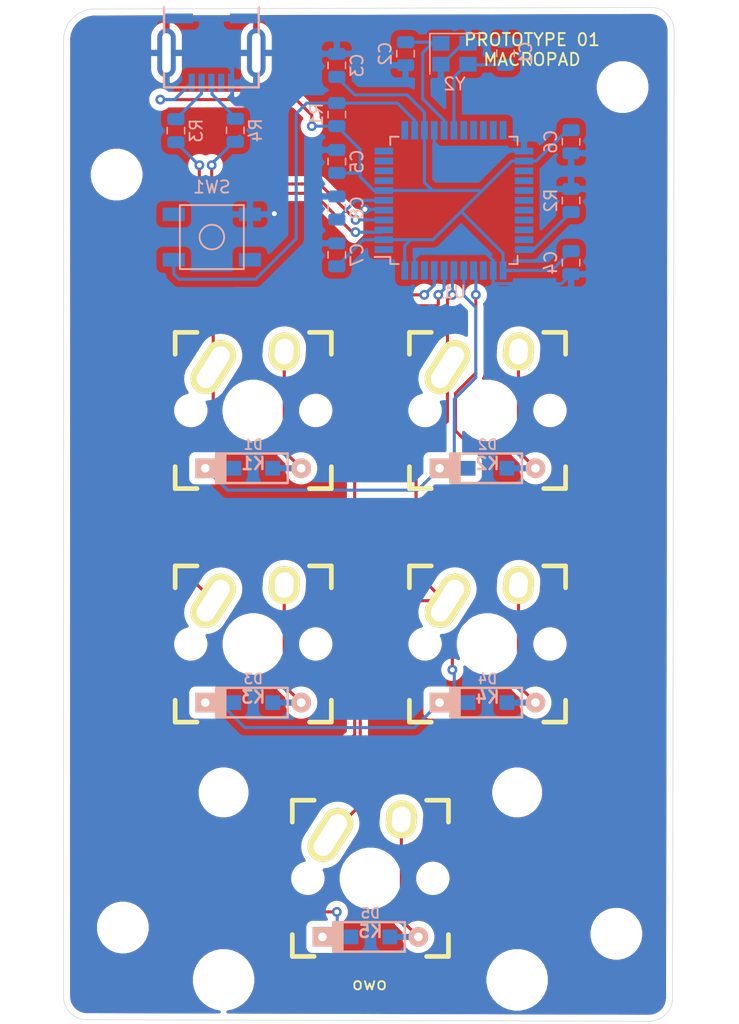
<source format=kicad_pcb>
(kicad_pcb (version 20171130) (host pcbnew "(5.1.6)-1")
  (layers (0 F.Cu signal) (31 B.Cu signal) (34 B.Paste user) (35 F.Paste user) (36 B.SilkS user) (37 F.SilkS user) (38 B.Mask user) (39 F.Mask user) (44 Edge.Cuts user))
  (net 0 "")
  (net 1 GND)
  (net 2 "Net-(C1-Pad1)")
  (net 3 "Net-(C2-Pad1)")
  (net 4 VCC)
  (net 5 "Net-(C8-Pad1)")
  (net 6 "Net-(D1-Pad2)")
  (net 7 row0)
  (net 8 "Net-(D2-Pad2)")
  (net 9 "Net-(D3-Pad2)")
  (net 10 row1)
  (net 11 "Net-(D4-Pad2)")
  (net 12 "Net-(D5-Pad2)")
  (net 13 row2)
  (net 14 "Net-(J1-Pad4)")
  (net 15 "Net-(J1-Pad3)")
  (net 16 "Net-(J1-Pad2)")
  (net 17 col0)
  (net 18 col1)
  (net 19 "Net-(R1-Pad1)")
  (net 20 "Net-(R2-Pad2)")
  (net 21 "Net-(R3-Pad1)")
  (net 22 "Net-(R4-Pad1)")
  (net 23 "Net-(U1-Pad42)")
  (net 24 "Net-(U1-Pad36)")
  (net 25 "Net-(U1-Pad32)")
  (net 26 "Net-(U1-Pad31)")
  (net 27 "Net-(U1-Pad30)")
  (net 28 "Net-(U1-Pad29)")
  (net 29 "Net-(U1-Pad28)")
  (net 30 "Net-(U1-Pad27)")
  (net 31 "Net-(U1-Pad26)")
  (net 32 "Net-(U1-Pad25)")
  (net 33 "Net-(U1-Pad22)")
  (net 34 "Net-(U1-Pad21)")
  (net 35 "Net-(U1-Pad20)")
  (net 36 "Net-(U1-Pad19)")
  (net 37 "Net-(U1-Pad18)")
  (net 38 "Net-(U1-Pad12)")
  (net 39 "Net-(U1-Pad11)")
  (net 40 "Net-(U1-Pad10)")
  (net 41 "Net-(U1-Pad9)")
  (net 42 "Net-(U1-Pad8)")
  (net 43 "Net-(U1-Pad1)")
  (module MountingHole:MountingHole_3.2mm_M3 (layer F.Cu) (at 50.8 33.274)
    (fp_text reference REF** hide)
    (fp_text value MountingHole_3.2mm_M3)
    (pad 1 np_thru_hole circle (at 0 0) (size 3.2 3.2) (drill 3.2) (layers *.Cu *.Mask))
  )
  (module MountingHole:MountingHole_3.2mm_M3 (layer F.Cu) (at 91.948 26.162)
    (fp_text reference REF** hide)
    (fp_text value MountingHole_3.2mm_M3)
    (pad 1 np_thru_hole circle (at 0 0) (size 3.2 3.2) (drill 3.2) (layers *.Cu *.Mask))
  )
  (module MountingHole:MountingHole_3.2mm_M3 (layer F.Cu) (at 91.44 94.996)
    (fp_text reference REF** hide)
    (fp_text value MountingHole_3.2mm_M3)
    (pad 1 np_thru_hole circle (at 0 0) (size 3.2 3.2) (drill 3.2) (layers *.Cu *.Mask))
  )
  (module MountingHole:MountingHole_3.2mm_M3 (layer F.Cu) (at 51.308 94.488)
    (fp_text reference REF** hide)
    (fp_text value MountingHole_3.2mm_M3)
    (pad 1 np_thru_hole circle (at 0 0) (size 3.2 3.2) (drill 3.2) (layers *.Cu *.Mask))
  )
  (module Crystal:Crystal_SMD_3225-4Pin_3.2x2.5mm (layer B.Cu) (at 78.275 23.456)
    (fp_text reference Y2 (at 0 2.45) (layer B.SilkS) (effects (justify mirror)))
    (fp_text value 16Mhz)
    (fp_line (start -2 -1.65) (end 2 -1.65) (layer B.SilkS) (width 0.12))
    (fp_line (start -2 1.65) (end -2 -1.65) (layer B.SilkS) (width 0.12))
    (pad 4 smd rect (at -1.1 0.85) (size 1.4 1.2) (layers B.Cu B.Paste B.Mask) (net 1 GND))
    (pad 3 smd rect (at 1.1 0.85) (size 1.4 1.2) (layers B.Cu B.Paste B.Mask) (net 2 "Net-(C1-Pad1)"))
    (pad 2 smd rect (at 1.1 -0.85) (size 1.4 1.2) (layers B.Cu B.Paste B.Mask) (net 1 GND))
    (pad 1 smd rect (at -1.1 -0.85) (size 1.4 1.2) (layers B.Cu B.Paste B.Mask) (net 3 "Net-(C2-Pad1)"))
  )
  (module Package_QFP:TQFP-44_10x10mm_P0.8mm (layer B.Cu) (at 78.232 35.3695)
    (fp_text reference U1 (at 0 7.45) (layer B.SilkS) (effects (justify mirror)))
    (fp_text value ATMEGA32U4)
    (fp_line (start -5.175 5.175) (end -5.175 4.6) (layer B.SilkS) (width 0.15))
    (fp_line (start 5.175 5.175) (end 5.175 4.5) (layer B.SilkS) (width 0.15))
    (fp_line (start 5.175 -5.175) (end 5.175 -4.5) (layer B.SilkS) (width 0.15))
    (fp_line (start -5.175 -5.175) (end -5.175 -4.5) (layer B.SilkS) (width 0.15))
    (fp_line (start -5.175 5.175) (end -4.5 5.175) (layer B.SilkS) (width 0.15))
    (fp_line (start -5.175 -5.175) (end -4.5 -5.175) (layer B.SilkS) (width 0.15))
    (fp_line (start 5.175 -5.175) (end 4.5 -5.175) (layer B.SilkS) (width 0.15))
    (fp_line (start 5.175 5.175) (end 4.5 5.175) (layer B.SilkS) (width 0.15))
    (fp_line (start -5.175 4.6) (end -6.45 4.6) (layer B.SilkS) (width 0.15))
    (pad 1 smd rect (at -5.7 4) (size 1.5 0.55) (layers B.Cu B.Paste B.Mask) (net 43 "Net-(U1-Pad1)"))
    (pad 2 smd rect (at -5.7 3.2) (size 1.5 0.55) (layers B.Cu B.Paste B.Mask) (net 4 VCC))
    (pad 3 smd rect (at -5.7 2.4) (size 1.5 0.55) (layers B.Cu B.Paste B.Mask) (net 21 "Net-(R3-Pad1)"))
    (pad 4 smd rect (at -5.7 1.6) (size 1.5 0.55) (layers B.Cu B.Paste B.Mask) (net 22 "Net-(R4-Pad1)"))
    (pad 5 smd rect (at -5.7 0.8) (size 1.5 0.55) (layers B.Cu B.Paste B.Mask) (net 1 GND))
    (pad 6 smd rect (at -5.7 0) (size 1.5 0.55) (layers B.Cu B.Paste B.Mask) (net 5 "Net-(C8-Pad1)"))
    (pad 7 smd rect (at -5.7 -0.8) (size 1.5 0.55) (layers B.Cu B.Paste B.Mask) (net 4 VCC))
    (pad 8 smd rect (at -5.7 -1.6) (size 1.5 0.55) (layers B.Cu B.Paste B.Mask) (net 42 "Net-(U1-Pad8)"))
    (pad 9 smd rect (at -5.7 -2.4) (size 1.5 0.55) (layers B.Cu B.Paste B.Mask) (net 41 "Net-(U1-Pad9)"))
    (pad 10 smd rect (at -5.7 -3.2) (size 1.5 0.55) (layers B.Cu B.Paste B.Mask) (net 40 "Net-(U1-Pad10)"))
    (pad 11 smd rect (at -5.7 -4) (size 1.5 0.55) (layers B.Cu B.Paste B.Mask) (net 39 "Net-(U1-Pad11)"))
    (pad 12 smd rect (at -4 -5.7 270) (size 1.5 0.55) (layers B.Cu B.Paste B.Mask) (net 38 "Net-(U1-Pad12)"))
    (pad 13 smd rect (at -3.2 -5.7 270) (size 1.5 0.55) (layers B.Cu B.Paste B.Mask) (net 19 "Net-(R1-Pad1)"))
    (pad 14 smd rect (at -2.4 -5.7 270) (size 1.5 0.55) (layers B.Cu B.Paste B.Mask) (net 4 VCC))
    (pad 15 smd rect (at -1.6 -5.7 270) (size 1.5 0.55) (layers B.Cu B.Paste B.Mask) (net 1 GND))
    (pad 16 smd rect (at -0.8 -5.7 270) (size 1.5 0.55) (layers B.Cu B.Paste B.Mask) (net 3 "Net-(C2-Pad1)"))
    (pad 17 smd rect (at 0 -5.7 270) (size 1.5 0.55) (layers B.Cu B.Paste B.Mask) (net 2 "Net-(C1-Pad1)"))
    (pad 18 smd rect (at 0.8 -5.7 270) (size 1.5 0.55) (layers B.Cu B.Paste B.Mask) (net 37 "Net-(U1-Pad18)"))
    (pad 19 smd rect (at 1.6 -5.7 270) (size 1.5 0.55) (layers B.Cu B.Paste B.Mask) (net 36 "Net-(U1-Pad19)"))
    (pad 20 smd rect (at 2.4 -5.7 270) (size 1.5 0.55) (layers B.Cu B.Paste B.Mask) (net 35 "Net-(U1-Pad20)"))
    (pad 21 smd rect (at 3.2 -5.7 270) (size 1.5 0.55) (layers B.Cu B.Paste B.Mask) (net 34 "Net-(U1-Pad21)"))
    (pad 22 smd rect (at 4 -5.7 270) (size 1.5 0.55) (layers B.Cu B.Paste B.Mask) (net 33 "Net-(U1-Pad22)"))
    (pad 23 smd rect (at 5.7 -4) (size 1.5 0.55) (layers B.Cu B.Paste B.Mask) (net 1 GND))
    (pad 24 smd rect (at 5.7 -3.2) (size 1.5 0.55) (layers B.Cu B.Paste B.Mask) (net 4 VCC))
    (pad 25 smd rect (at 5.7 -2.4) (size 1.5 0.55) (layers B.Cu B.Paste B.Mask) (net 32 "Net-(U1-Pad25)"))
    (pad 26 smd rect (at 5.7 -1.6) (size 1.5 0.55) (layers B.Cu B.Paste B.Mask) (net 31 "Net-(U1-Pad26)"))
    (pad 27 smd rect (at 5.7 -0.8) (size 1.5 0.55) (layers B.Cu B.Paste B.Mask) (net 30 "Net-(U1-Pad27)"))
    (pad 28 smd rect (at 5.7 0) (size 1.5 0.55) (layers B.Cu B.Paste B.Mask) (net 29 "Net-(U1-Pad28)"))
    (pad 29 smd rect (at 5.7 0.8) (size 1.5 0.55) (layers B.Cu B.Paste B.Mask) (net 28 "Net-(U1-Pad29)"))
    (pad 30 smd rect (at 5.7 1.6) (size 1.5 0.55) (layers B.Cu B.Paste B.Mask) (net 27 "Net-(U1-Pad30)"))
    (pad 31 smd rect (at 5.7 2.4) (size 1.5 0.55) (layers B.Cu B.Paste B.Mask) (net 26 "Net-(U1-Pad31)"))
    (pad 32 smd rect (at 5.7 3.2) (size 1.5 0.55) (layers B.Cu B.Paste B.Mask) (net 25 "Net-(U1-Pad32)"))
    (pad 33 smd rect (at 5.7 4) (size 1.5 0.55) (layers B.Cu B.Paste B.Mask) (net 20 "Net-(R2-Pad2)"))
    (pad 34 smd rect (at 4 5.7 270) (size 1.5 0.55) (layers B.Cu B.Paste B.Mask) (net 4 VCC))
    (pad 35 smd rect (at 3.2 5.7 270) (size 1.5 0.55) (layers B.Cu B.Paste B.Mask) (net 1 GND))
    (pad 36 smd rect (at 2.4 5.7 270) (size 1.5 0.55) (layers B.Cu B.Paste B.Mask) (net 24 "Net-(U1-Pad36)"))
    (pad 37 smd rect (at 1.6 5.7 270) (size 1.5 0.55) (layers B.Cu B.Paste B.Mask) (net 10 row1))
    (pad 38 smd rect (at 0.8 5.7 270) (size 1.5 0.55) (layers B.Cu B.Paste B.Mask) (net 7 row0))
    (pad 39 smd rect (at 0 5.7 270) (size 1.5 0.55) (layers B.Cu B.Paste B.Mask) (net 18 col1))
    (pad 40 smd rect (at -0.8 5.7 270) (size 1.5 0.55) (layers B.Cu B.Paste B.Mask) (net 13 row2))
    (pad 41 smd rect (at -1.6 5.7 270) (size 1.5 0.55) (layers B.Cu B.Paste B.Mask) (net 17 col0))
    (pad 42 smd rect (at -2.4 5.7 270) (size 1.5 0.55) (layers B.Cu B.Paste B.Mask) (net 23 "Net-(U1-Pad42)"))
    (pad 43 smd rect (at -3.2 5.7 270) (size 1.5 0.55) (layers B.Cu B.Paste B.Mask) (net 1 GND))
    (pad 44 smd rect (at -4 5.7 270) (size 1.5 0.55) (layers B.Cu B.Paste B.Mask) (net 4 VCC))
  )
  (module random-keyboard-parts:SKQG-1155865 (layer B.Cu) (at 58.547 38.354)
    (fp_text reference SW1 (at 0 -4.064) (layer B.SilkS) (effects (justify mirror)))
    (fp_text value SW_PUSH)
    (fp_line (start -2.6 2.6) (end 2.6 2.6) (layer B.SilkS) (width 0.15))
    (fp_line (start 2.6 2.6) (end 2.6 -2.6) (layer B.SilkS) (width 0.15))
    (fp_line (start 2.6 -2.6) (end -2.6 -2.6) (layer B.SilkS) (width 0.15))
    (fp_line (start -2.6 -2.6) (end -2.6 2.6) (layer B.SilkS) (width 0.15))
    (fp_circle (center 0 0) (end 1 0) (layer B.SilkS) (width 0.15))
    (pad 4 smd rect (at -3.1 -1.85) (size 1.8 1.1) (layers B.Cu B.Paste B.Mask))
    (pad 3 smd rect (at 3.1 1.85) (size 1.8 1.1) (layers B.Cu B.Paste B.Mask))
    (pad 2 smd rect (at -3.1 1.85) (size 1.8 1.1) (layers B.Cu B.Paste B.Mask) (net 19 "Net-(R1-Pad1)"))
    (pad 1 smd rect (at 3.1 -1.85) (size 1.8 1.1) (layers B.Cu B.Paste B.Mask) (net 1 GND))
  )
  (module Resistor_SMD:R_0805_2012Metric (layer B.Cu) (at 60.452 29.67125 90)
    (fp_text reference R4 (at 0 1.65 90) (layer B.SilkS) (effects (justify mirror)))
    (fp_text value 22)
    (fp_line (start -0.258578 -0.71) (end 0.258578 -0.71) (layer B.SilkS) (width 0.12))
    (fp_line (start -0.258578 0.71) (end 0.258578 0.71) (layer B.SilkS) (width 0.12))
    (pad 2 smd roundrect (at 0.9375 0 90) (size 0.975 1.4) (layers B.Cu B.Paste B.Mask) (net 15 "Net-(J1-Pad3)"))
    (pad 1 smd roundrect (at -0.9375 0 90) (size 0.975 1.4) (layers B.Cu B.Paste B.Mask) (net 22 "Net-(R4-Pad1)"))
  )
  (module Resistor_SMD:R_0805_2012Metric (layer B.Cu) (at 55.626 29.703 90)
    (fp_text reference R3 (at 0 1.65 90) (layer B.SilkS) (effects (justify mirror)))
    (fp_text value 22)
    (fp_line (start -0.258578 -0.71) (end 0.258578 -0.71) (layer B.SilkS) (width 0.12))
    (fp_line (start -0.258578 0.71) (end 0.258578 0.71) (layer B.SilkS) (width 0.12))
    (pad 2 smd roundrect (at 0.9375 0 90) (size 0.975 1.4) (layers B.Cu B.Paste B.Mask) (net 16 "Net-(J1-Pad2)"))
    (pad 1 smd roundrect (at -0.9375 0 90) (size 0.975 1.4) (layers B.Cu B.Paste B.Mask) (net 21 "Net-(R3-Pad1)"))
  )
  (module Resistor_SMD:R_0805_2012Metric (layer B.Cu) (at 87.757 35.3845 270)
    (fp_text reference R2 (at 0 1.65 90) (layer B.SilkS) (effects (justify mirror)))
    (fp_text value 10k)
    (fp_line (start -0.258578 -0.71) (end 0.258578 -0.71) (layer B.SilkS) (width 0.12))
    (fp_line (start -0.258578 0.71) (end 0.258578 0.71) (layer B.SilkS) (width 0.12))
    (pad 2 smd roundrect (at 0.9375 0 270) (size 0.975 1.4) (layers B.Cu B.Paste B.Mask) (net 20 "Net-(R2-Pad2)"))
    (pad 1 smd roundrect (at -0.9375 0 270) (size 0.975 1.4) (layers B.Cu B.Paste B.Mask) (net 1 GND))
  )
  (module Resistor_SMD:R_0805_2012Metric (layer B.Cu) (at 68.707 28.3995 270)
    (fp_text reference R1 (at 0 1.65 90) (layer B.SilkS) (effects (justify mirror)))
    (fp_text value 10k)
    (fp_line (start -0.258578 -0.71) (end 0.258578 -0.71) (layer B.SilkS) (width 0.12))
    (fp_line (start -0.258578 0.71) (end 0.258578 0.71) (layer B.SilkS) (width 0.12))
    (pad 2 smd roundrect (at 0.9375 0 270) (size 0.975 1.4) (layers B.Cu B.Paste B.Mask) (net 4 VCC))
    (pad 1 smd roundrect (at -0.9375 0 270) (size 0.975 1.4) (layers B.Cu B.Paste B.Mask) (net 19 "Net-(R1-Pad1)"))
  )
  (module keebs:Mx_Alps_200 (layer F.Cu) (at 71.4375 90.4875)
    (fp_text reference K5 (at 0 4.318) (layer B.SilkS) (effects (font (thickness 0.2)) (justify mirror)))
    (fp_text value KEYSW hide)
    (fp_line (start -6.35 -4.572) (end -6.35 -6.35) (layer F.SilkS) (width 0.381))
    (fp_line (start -6.35 6.35) (end -6.35 4.572) (layer F.SilkS) (width 0.381))
    (fp_line (start -4.572 6.35) (end -6.35 6.35) (layer F.SilkS) (width 0.381))
    (fp_line (start 6.35 6.35) (end 4.572 6.35) (layer F.SilkS) (width 0.381))
    (fp_line (start 6.35 4.572) (end 6.35 6.35) (layer F.SilkS) (width 0.381))
    (fp_line (start 6.35 -6.35) (end 6.35 -4.572) (layer F.SilkS) (width 0.381))
    (fp_line (start 4.572 -6.35) (end 6.35 -6.35) (layer F.SilkS) (width 0.381))
    (fp_line (start -6.35 -6.35) (end -4.572 -6.35) (layer F.SilkS) (width 0.381))
    (pad 2 thru_hole oval (at 2.52 -4.79 356.1) (size 2.5 3.08) (drill oval 1.5 2.08) (layers *.Cu *.Mask F.SilkS) (net 12 "Net-(D5-Pad2)"))
    (pad 1 thru_hole oval (at -3.255 -3.52 327.5) (size 2.5 4.75) (drill oval 1.5 3.75) (layers *.Cu *.Mask F.SilkS) (net 18 col1))
    (pad HOLE np_thru_hole circle (at 11.938 8.255) (size 3.9878 3.9878) (drill 3.9878) (layers *.Cu))
    (pad HOLE np_thru_hole circle (at -11.938 8.255) (size 3.9878 3.9878) (drill 3.9878) (layers *.Cu))
    (pad HOLE np_thru_hole circle (at 11.938 -6.985) (size 3.048 3.048) (drill 3.048) (layers *.Cu))
    (pad HOLE np_thru_hole circle (at -11.938 -6.985) (size 3.048 3.048) (drill 3.048) (layers *.Cu))
    (pad HOLE np_thru_hole circle (at 5.08 0) (size 1.7018 1.7018) (drill 1.7018) (layers *.Cu))
    (pad HOLE np_thru_hole circle (at -5.08 0) (size 1.7018 1.7018) (drill 1.7018) (layers *.Cu))
    (pad HOLE np_thru_hole circle (at 0 0) (size 3.9878 3.9878) (drill 3.9878) (layers *.Cu))
  )
  (module keebs:Mx_Alps_100 (layer F.Cu) (at 80.9625 71.4375)
    (fp_text reference K4 (at 0 4.318) (layer B.SilkS) (effects (font (thickness 0.2)) (justify mirror)))
    (fp_text value KEYSW hide)
    (fp_line (start -6.35 -4.572) (end -6.35 -6.35) (layer F.SilkS) (width 0.381))
    (fp_line (start -6.35 6.35) (end -6.35 4.572) (layer F.SilkS) (width 0.381))
    (fp_line (start -4.572 6.35) (end -6.35 6.35) (layer F.SilkS) (width 0.381))
    (fp_line (start 6.35 6.35) (end 4.572 6.35) (layer F.SilkS) (width 0.381))
    (fp_line (start 6.35 4.572) (end 6.35 6.35) (layer F.SilkS) (width 0.381))
    (fp_line (start 6.35 -6.35) (end 6.35 -4.572) (layer F.SilkS) (width 0.381))
    (fp_line (start 4.572 -6.35) (end 6.35 -6.35) (layer F.SilkS) (width 0.381))
    (fp_line (start -6.35 -6.35) (end -4.572 -6.35) (layer F.SilkS) (width 0.381))
    (pad 2 thru_hole oval (at 2.52 -4.79 356.1) (size 2.5 3.08) (drill oval 1.5 2.08) (layers *.Cu *.Mask F.SilkS) (net 11 "Net-(D4-Pad2)"))
    (pad 1 thru_hole oval (at -3.255 -3.52 327.5) (size 2.5 4.75) (drill oval 1.5 3.75) (layers *.Cu *.Mask F.SilkS) (net 18 col1))
    (pad HOLE np_thru_hole circle (at 5.08 0) (size 1.7018 1.7018) (drill 1.7018) (layers *.Cu))
    (pad HOLE np_thru_hole circle (at -5.08 0) (size 1.7018 1.7018) (drill 1.7018) (layers *.Cu))
    (pad HOLE np_thru_hole circle (at 0 0) (size 3.9878 3.9878) (drill 3.9878) (layers *.Cu))
  )
  (module keebs:Mx_Alps_100 (layer F.Cu) (at 61.9125 71.4375)
    (fp_text reference K3 (at 0 4.318) (layer B.SilkS) (effects (font (thickness 0.2)) (justify mirror)))
    (fp_text value KEYSW hide)
    (fp_line (start -6.35 -4.572) (end -6.35 -6.35) (layer F.SilkS) (width 0.381))
    (fp_line (start -6.35 6.35) (end -6.35 4.572) (layer F.SilkS) (width 0.381))
    (fp_line (start -4.572 6.35) (end -6.35 6.35) (layer F.SilkS) (width 0.381))
    (fp_line (start 6.35 6.35) (end 4.572 6.35) (layer F.SilkS) (width 0.381))
    (fp_line (start 6.35 4.572) (end 6.35 6.35) (layer F.SilkS) (width 0.381))
    (fp_line (start 6.35 -6.35) (end 6.35 -4.572) (layer F.SilkS) (width 0.381))
    (fp_line (start 4.572 -6.35) (end 6.35 -6.35) (layer F.SilkS) (width 0.381))
    (fp_line (start -6.35 -6.35) (end -4.572 -6.35) (layer F.SilkS) (width 0.381))
    (pad 2 thru_hole oval (at 2.52 -4.79 356.1) (size 2.5 3.08) (drill oval 1.5 2.08) (layers *.Cu *.Mask F.SilkS) (net 9 "Net-(D3-Pad2)"))
    (pad 1 thru_hole oval (at -3.255 -3.52 327.5) (size 2.5 4.75) (drill oval 1.5 3.75) (layers *.Cu *.Mask F.SilkS) (net 17 col0))
    (pad HOLE np_thru_hole circle (at 5.08 0) (size 1.7018 1.7018) (drill 1.7018) (layers *.Cu))
    (pad HOLE np_thru_hole circle (at -5.08 0) (size 1.7018 1.7018) (drill 1.7018) (layers *.Cu))
    (pad HOLE np_thru_hole circle (at 0 0) (size 3.9878 3.9878) (drill 3.9878) (layers *.Cu))
  )
  (module keebs:Mx_Alps_100 (layer F.Cu) (at 80.9625 52.451)
    (fp_text reference K2 (at 0 4.318) (layer B.SilkS) (effects (font (thickness 0.2)) (justify mirror)))
    (fp_text value KEYSW hide)
    (fp_line (start -6.35 -4.572) (end -6.35 -6.35) (layer F.SilkS) (width 0.381))
    (fp_line (start -6.35 6.35) (end -6.35 4.572) (layer F.SilkS) (width 0.381))
    (fp_line (start -4.572 6.35) (end -6.35 6.35) (layer F.SilkS) (width 0.381))
    (fp_line (start 6.35 6.35) (end 4.572 6.35) (layer F.SilkS) (width 0.381))
    (fp_line (start 6.35 4.572) (end 6.35 6.35) (layer F.SilkS) (width 0.381))
    (fp_line (start 6.35 -6.35) (end 6.35 -4.572) (layer F.SilkS) (width 0.381))
    (fp_line (start 4.572 -6.35) (end 6.35 -6.35) (layer F.SilkS) (width 0.381))
    (fp_line (start -6.35 -6.35) (end -4.572 -6.35) (layer F.SilkS) (width 0.381))
    (pad 2 thru_hole oval (at 2.52 -4.79 356.1) (size 2.5 3.08) (drill oval 1.5 2.08) (layers *.Cu *.Mask F.SilkS) (net 8 "Net-(D2-Pad2)"))
    (pad 1 thru_hole oval (at -3.255 -3.52 327.5) (size 2.5 4.75) (drill oval 1.5 3.75) (layers *.Cu *.Mask F.SilkS) (net 18 col1))
    (pad HOLE np_thru_hole circle (at 5.08 0) (size 1.7018 1.7018) (drill 1.7018) (layers *.Cu))
    (pad HOLE np_thru_hole circle (at -5.08 0) (size 1.7018 1.7018) (drill 1.7018) (layers *.Cu))
    (pad HOLE np_thru_hole circle (at 0 0) (size 3.9878 3.9878) (drill 3.9878) (layers *.Cu))
  )
  (module keebs:Mx_Alps_100 (layer F.Cu) (at 61.9125 52.451)
    (fp_text reference K1 (at 0 4.318) (layer B.SilkS) (effects (font (thickness 0.2)) (justify mirror)))
    (fp_text value KEYSW hide)
    (fp_line (start -6.35 -4.572) (end -6.35 -6.35) (layer F.SilkS) (width 0.381))
    (fp_line (start -6.35 6.35) (end -6.35 4.572) (layer F.SilkS) (width 0.381))
    (fp_line (start -4.572 6.35) (end -6.35 6.35) (layer F.SilkS) (width 0.381))
    (fp_line (start 6.35 6.35) (end 4.572 6.35) (layer F.SilkS) (width 0.381))
    (fp_line (start 6.35 4.572) (end 6.35 6.35) (layer F.SilkS) (width 0.381))
    (fp_line (start 6.35 -6.35) (end 6.35 -4.572) (layer F.SilkS) (width 0.381))
    (fp_line (start 4.572 -6.35) (end 6.35 -6.35) (layer F.SilkS) (width 0.381))
    (fp_line (start -6.35 -6.35) (end -4.572 -6.35) (layer F.SilkS) (width 0.381))
    (pad 2 thru_hole oval (at 2.52 -4.79 356.1) (size 2.5 3.08) (drill oval 1.5 2.08) (layers *.Cu *.Mask F.SilkS) (net 6 "Net-(D1-Pad2)"))
    (pad 1 thru_hole oval (at -3.255 -3.52 327.5) (size 2.5 4.75) (drill oval 1.5 3.75) (layers *.Cu *.Mask F.SilkS) (net 17 col0))
    (pad HOLE np_thru_hole circle (at 5.08 0) (size 1.7018 1.7018) (drill 1.7018) (layers *.Cu))
    (pad HOLE np_thru_hole circle (at -5.08 0) (size 1.7018 1.7018) (drill 1.7018) (layers *.Cu))
    (pad HOLE np_thru_hole circle (at 0 0) (size 3.9878 3.9878) (drill 3.9878) (layers *.Cu))
  )
  (module keyboard_parts:USB_miniB_hirose_5S8 (layer B.Cu) (at 58.509 25.781)
    (fp_text reference J1 hide)
    (fp_text value USB_mini_micro_B hide)
    (fp_line (start -3.85 0.4) (end 3.85 0.4) (layer B.SilkS) (width 0.2))
    (fp_line (start -3.85 0.4) (end -3.85 -6.1) (layer B.SilkS) (width 0.2))
    (fp_line (start 3.85 0.4) (end 3.85 -6.1) (layer B.SilkS) (width 0.2))
    (pad 6 thru_hole oval (at 3.65 -2.4) (size 1.5 4) (drill oval 0.7 3.2) (layers *.Cu *.Mask B.Paste) (net 1 GND))
    (pad 6 thru_hole oval (at -3.65 -2.4) (size 1.5 4) (drill oval 0.7 3.2) (layers *.Cu *.Mask B.Paste) (net 1 GND))
    (pad 5 smd rect (at 1.6 0) (size 0.5 1.4) (layers B.Cu B.Paste B.Mask) (net 1 GND))
    (pad 4 smd rect (at 0.8 0) (size 0.5 1.4) (layers B.Cu B.Paste B.Mask) (net 14 "Net-(J1-Pad4)"))
    (pad 3 smd rect (at 0 0) (size 0.5 1.4) (layers B.Cu B.Paste B.Mask) (net 15 "Net-(J1-Pad3)"))
    (pad 2 smd rect (at -0.8 0) (size 0.5 1.4) (layers B.Cu B.Paste B.Mask) (net 16 "Net-(J1-Pad2)"))
    (pad 1 smd rect (at -1.6 0) (size 0.5 1.4) (layers B.Cu B.Paste B.Mask) (net 4 VCC))
    (pad 6 smd rect (at -2.675 -5.2) (size 2.35 0.8) (layers B.Cu B.Paste B.Mask) (net 1 GND))
    (pad 6 smd rect (at 2.675 -5.2) (size 2.35 0.8) (layers B.Cu B.Paste B.Mask) (net 1 GND))
  )
  (module keyboard_parts:D_SOD123_axial (layer B.Cu) (at 71.4375 95.25)
    (fp_text reference D5 (at 0 -1.925) (layer B.SilkS) (effects (font (size 0.8 0.8)) (justify mirror)))
    (fp_text value D hide)
    (fp_line (start 2.8 -1.2) (end -3 -1.2) (layer B.SilkS) (width 0.2))
    (fp_line (start 2.8 1.2) (end 2.8 -1.2) (layer B.SilkS) (width 0.2))
    (fp_line (start -3 1.2) (end 2.8 1.2) (layer B.SilkS) (width 0.2))
    (fp_line (start -2.925 1.2) (end -2.925 -1.2) (layer B.SilkS) (width 0.2))
    (fp_line (start -2.8 1.2) (end -2.8 -1.2) (layer B.SilkS) (width 0.2))
    (fp_line (start -3.025 -1.2) (end -3.025 1.2) (layer B.SilkS) (width 0.2))
    (fp_line (start -2.625 1.2) (end -2.625 -1.2) (layer B.SilkS) (width 0.2))
    (fp_line (start -2.45 1.2) (end -2.45 -1.2) (layer B.SilkS) (width 0.2))
    (fp_line (start -2.275 1.2) (end -2.275 -1.2) (layer B.SilkS) (width 0.2))
    (pad 2 smd rect (at 2.7 0) (size 2.5 0.5) (layers B.Cu) (net 12 "Net-(D5-Pad2)"))
    (pad 1 smd rect (at -2.7 0) (size 2.5 0.5) (layers B.Cu) (net 13 row2))
    (pad 2 thru_hole circle (at 3.9 0) (size 1.6 1.6) (drill 0.7) (layers *.Cu *.Mask B.SilkS) (net 12 "Net-(D5-Pad2)"))
    (pad 1 thru_hole rect (at -3.9 0) (size 1.6 1.6) (drill 0.7) (layers *.Cu *.Mask B.SilkS) (net 13 row2))
    (pad 1 smd rect (at -1.575 0) (size 1.2 1.2) (layers B.Cu B.Paste B.Mask) (net 13 row2))
    (pad 2 smd rect (at 1.575 0) (size 1.2 1.2) (layers B.Cu B.Paste B.Mask) (net 12 "Net-(D5-Pad2)"))
  )
  (module keyboard_parts:D_SOD123_axial (layer B.Cu) (at 80.9625 76.2)
    (fp_text reference D4 (at 0 -1.925) (layer B.SilkS) (effects (font (size 0.8 0.8)) (justify mirror)))
    (fp_text value D hide)
    (fp_line (start 2.8 -1.2) (end -3 -1.2) (layer B.SilkS) (width 0.2))
    (fp_line (start 2.8 1.2) (end 2.8 -1.2) (layer B.SilkS) (width 0.2))
    (fp_line (start -3 1.2) (end 2.8 1.2) (layer B.SilkS) (width 0.2))
    (fp_line (start -2.925 1.2) (end -2.925 -1.2) (layer B.SilkS) (width 0.2))
    (fp_line (start -2.8 1.2) (end -2.8 -1.2) (layer B.SilkS) (width 0.2))
    (fp_line (start -3.025 -1.2) (end -3.025 1.2) (layer B.SilkS) (width 0.2))
    (fp_line (start -2.625 1.2) (end -2.625 -1.2) (layer B.SilkS) (width 0.2))
    (fp_line (start -2.45 1.2) (end -2.45 -1.2) (layer B.SilkS) (width 0.2))
    (fp_line (start -2.275 1.2) (end -2.275 -1.2) (layer B.SilkS) (width 0.2))
    (pad 2 smd rect (at 2.7 0) (size 2.5 0.5) (layers B.Cu) (net 11 "Net-(D4-Pad2)"))
    (pad 1 smd rect (at -2.7 0) (size 2.5 0.5) (layers B.Cu) (net 10 row1))
    (pad 2 thru_hole circle (at 3.9 0) (size 1.6 1.6) (drill 0.7) (layers *.Cu *.Mask B.SilkS) (net 11 "Net-(D4-Pad2)"))
    (pad 1 thru_hole rect (at -3.9 0) (size 1.6 1.6) (drill 0.7) (layers *.Cu *.Mask B.SilkS) (net 10 row1))
    (pad 1 smd rect (at -1.575 0) (size 1.2 1.2) (layers B.Cu B.Paste B.Mask) (net 10 row1))
    (pad 2 smd rect (at 1.575 0) (size 1.2 1.2) (layers B.Cu B.Paste B.Mask) (net 11 "Net-(D4-Pad2)"))
  )
  (module keyboard_parts:D_SOD123_axial (layer B.Cu) (at 61.9125 76.2)
    (fp_text reference D3 (at 0 -1.925) (layer B.SilkS) (effects (font (size 0.8 0.8)) (justify mirror)))
    (fp_text value D hide)
    (fp_line (start 2.8 -1.2) (end -3 -1.2) (layer B.SilkS) (width 0.2))
    (fp_line (start 2.8 1.2) (end 2.8 -1.2) (layer B.SilkS) (width 0.2))
    (fp_line (start -3 1.2) (end 2.8 1.2) (layer B.SilkS) (width 0.2))
    (fp_line (start -2.925 1.2) (end -2.925 -1.2) (layer B.SilkS) (width 0.2))
    (fp_line (start -2.8 1.2) (end -2.8 -1.2) (layer B.SilkS) (width 0.2))
    (fp_line (start -3.025 -1.2) (end -3.025 1.2) (layer B.SilkS) (width 0.2))
    (fp_line (start -2.625 1.2) (end -2.625 -1.2) (layer B.SilkS) (width 0.2))
    (fp_line (start -2.45 1.2) (end -2.45 -1.2) (layer B.SilkS) (width 0.2))
    (fp_line (start -2.275 1.2) (end -2.275 -1.2) (layer B.SilkS) (width 0.2))
    (pad 2 smd rect (at 2.7 0) (size 2.5 0.5) (layers B.Cu) (net 9 "Net-(D3-Pad2)"))
    (pad 1 smd rect (at -2.7 0) (size 2.5 0.5) (layers B.Cu) (net 10 row1))
    (pad 2 thru_hole circle (at 3.9 0) (size 1.6 1.6) (drill 0.7) (layers *.Cu *.Mask B.SilkS) (net 9 "Net-(D3-Pad2)"))
    (pad 1 thru_hole rect (at -3.9 0) (size 1.6 1.6) (drill 0.7) (layers *.Cu *.Mask B.SilkS) (net 10 row1))
    (pad 1 smd rect (at -1.575 0) (size 1.2 1.2) (layers B.Cu B.Paste B.Mask) (net 10 row1))
    (pad 2 smd rect (at 1.575 0) (size 1.2 1.2) (layers B.Cu B.Paste B.Mask) (net 9 "Net-(D3-Pad2)"))
  )
  (module keyboard_parts:D_SOD123_axial (layer B.Cu) (at 80.9625 57.15)
    (fp_text reference D2 (at 0 -1.925) (layer B.SilkS) (effects (font (size 0.8 0.8)) (justify mirror)))
    (fp_text value D hide)
    (fp_line (start 2.8 -1.2) (end -3 -1.2) (layer B.SilkS) (width 0.2))
    (fp_line (start 2.8 1.2) (end 2.8 -1.2) (layer B.SilkS) (width 0.2))
    (fp_line (start -3 1.2) (end 2.8 1.2) (layer B.SilkS) (width 0.2))
    (fp_line (start -2.925 1.2) (end -2.925 -1.2) (layer B.SilkS) (width 0.2))
    (fp_line (start -2.8 1.2) (end -2.8 -1.2) (layer B.SilkS) (width 0.2))
    (fp_line (start -3.025 -1.2) (end -3.025 1.2) (layer B.SilkS) (width 0.2))
    (fp_line (start -2.625 1.2) (end -2.625 -1.2) (layer B.SilkS) (width 0.2))
    (fp_line (start -2.45 1.2) (end -2.45 -1.2) (layer B.SilkS) (width 0.2))
    (fp_line (start -2.275 1.2) (end -2.275 -1.2) (layer B.SilkS) (width 0.2))
    (pad 2 smd rect (at 2.7 0) (size 2.5 0.5) (layers B.Cu) (net 8 "Net-(D2-Pad2)"))
    (pad 1 smd rect (at -2.7 0) (size 2.5 0.5) (layers B.Cu) (net 7 row0))
    (pad 2 thru_hole circle (at 3.9 0) (size 1.6 1.6) (drill 0.7) (layers *.Cu *.Mask B.SilkS) (net 8 "Net-(D2-Pad2)"))
    (pad 1 thru_hole rect (at -3.9 0) (size 1.6 1.6) (drill 0.7) (layers *.Cu *.Mask B.SilkS) (net 7 row0))
    (pad 1 smd rect (at -1.575 0) (size 1.2 1.2) (layers B.Cu B.Paste B.Mask) (net 7 row0))
    (pad 2 smd rect (at 1.575 0) (size 1.2 1.2) (layers B.Cu B.Paste B.Mask) (net 8 "Net-(D2-Pad2)"))
  )
  (module keyboard_parts:D_SOD123_axial (layer B.Cu) (at 61.9125 57.15)
    (fp_text reference D1 (at 0 -1.925) (layer B.SilkS) (effects (font (size 0.8 0.8)) (justify mirror)))
    (fp_text value D hide)
    (fp_line (start 2.8 -1.2) (end -3 -1.2) (layer B.SilkS) (width 0.2))
    (fp_line (start 2.8 1.2) (end 2.8 -1.2) (layer B.SilkS) (width 0.2))
    (fp_line (start -3 1.2) (end 2.8 1.2) (layer B.SilkS) (width 0.2))
    (fp_line (start -2.925 1.2) (end -2.925 -1.2) (layer B.SilkS) (width 0.2))
    (fp_line (start -2.8 1.2) (end -2.8 -1.2) (layer B.SilkS) (width 0.2))
    (fp_line (start -3.025 -1.2) (end -3.025 1.2) (layer B.SilkS) (width 0.2))
    (fp_line (start -2.625 1.2) (end -2.625 -1.2) (layer B.SilkS) (width 0.2))
    (fp_line (start -2.45 1.2) (end -2.45 -1.2) (layer B.SilkS) (width 0.2))
    (fp_line (start -2.275 1.2) (end -2.275 -1.2) (layer B.SilkS) (width 0.2))
    (pad 2 smd rect (at 2.7 0) (size 2.5 0.5) (layers B.Cu) (net 6 "Net-(D1-Pad2)"))
    (pad 1 smd rect (at -2.7 0) (size 2.5 0.5) (layers B.Cu) (net 7 row0))
    (pad 2 thru_hole circle (at 3.9 0) (size 1.6 1.6) (drill 0.7) (layers *.Cu *.Mask B.SilkS) (net 6 "Net-(D1-Pad2)"))
    (pad 1 thru_hole rect (at -3.9 0) (size 1.6 1.6) (drill 0.7) (layers *.Cu *.Mask B.SilkS) (net 7 row0))
    (pad 1 smd rect (at -1.575 0) (size 1.2 1.2) (layers B.Cu B.Paste B.Mask) (net 7 row0))
    (pad 2 smd rect (at 1.575 0) (size 1.2 1.2) (layers B.Cu B.Paste B.Mask) (net 6 "Net-(D1-Pad2)"))
  )
  (module Capacitor_SMD:C_0805_2012Metric (layer B.Cu) (at 68.707 35.9895 90)
    (fp_text reference C8 (at 0 1.65 90) (layer B.SilkS) (effects (justify mirror)))
    (fp_text value 1uF)
    (fp_line (start -0.258578 -0.71) (end 0.258578 -0.71) (layer B.SilkS) (width 0.12))
    (fp_line (start -0.258578 0.71) (end 0.258578 0.71) (layer B.SilkS) (width 0.12))
    (pad 2 smd roundrect (at 0.9375 0 90) (size 0.975 1.4) (layers B.Cu B.Paste B.Mask) (net 1 GND))
    (pad 1 smd roundrect (at -0.9375 0 90) (size 0.975 1.4) (layers B.Cu B.Paste B.Mask) (net 5 "Net-(C8-Pad1)"))
  )
  (module Capacitor_SMD:C_0805_2012Metric (layer B.Cu) (at 68.707 39.7995 90)
    (fp_text reference C7 (at 0 1.65 90) (layer B.SilkS) (effects (justify mirror)))
    (fp_text value 4.7uF)
    (fp_line (start -0.258578 -0.71) (end 0.258578 -0.71) (layer B.SilkS) (width 0.12))
    (fp_line (start -0.258578 0.71) (end 0.258578 0.71) (layer B.SilkS) (width 0.12))
    (pad 2 smd roundrect (at 0.9375 0 90) (size 0.975 1.4) (layers B.Cu B.Paste B.Mask) (net 1 GND))
    (pad 1 smd roundrect (at -0.9375 0 90) (size 0.975 1.4) (layers B.Cu B.Paste B.Mask) (net 4 VCC))
  )
  (module Capacitor_SMD:C_0805_2012Metric (layer B.Cu) (at 87.757 30.607 270)
    (fp_text reference C6 (at 0 1.65 90) (layer B.SilkS) (effects (justify mirror)))
    (fp_text value 0.1uF)
    (fp_line (start -0.258578 -0.71) (end 0.258578 -0.71) (layer B.SilkS) (width 0.12))
    (fp_line (start -0.258578 0.71) (end 0.258578 0.71) (layer B.SilkS) (width 0.12))
    (pad 2 smd roundrect (at 0.9375 0 270) (size 0.975 1.4) (layers B.Cu B.Paste B.Mask) (net 1 GND))
    (pad 1 smd roundrect (at -0.9375 0 270) (size 0.975 1.4) (layers B.Cu B.Paste B.Mask) (net 4 VCC))
  )
  (module Capacitor_SMD:C_0805_2012Metric (layer B.Cu) (at 68.707 32.2095 90)
    (fp_text reference C5 (at 0 1.65 90) (layer B.SilkS) (effects (justify mirror)))
    (fp_text value 0.1uF)
    (fp_line (start -0.258578 -0.71) (end 0.258578 -0.71) (layer B.SilkS) (width 0.12))
    (fp_line (start -0.258578 0.71) (end 0.258578 0.71) (layer B.SilkS) (width 0.12))
    (pad 2 smd roundrect (at 0.9375 0 90) (size 0.975 1.4) (layers B.Cu B.Paste B.Mask) (net 1 GND))
    (pad 1 smd roundrect (at -0.9375 0 90) (size 0.975 1.4) (layers B.Cu B.Paste B.Mask) (net 4 VCC))
  )
  (module Capacitor_SMD:C_0805_2012Metric (layer B.Cu) (at 87.757 40.4345 270)
    (fp_text reference C4 (at 0 1.65 90) (layer B.SilkS) (effects (justify mirror)))
    (fp_text value 0.1uF)
    (fp_line (start -0.258578 -0.71) (end 0.258578 -0.71) (layer B.SilkS) (width 0.12))
    (fp_line (start -0.258578 0.71) (end 0.258578 0.71) (layer B.SilkS) (width 0.12))
    (pad 2 smd roundrect (at 0.9375 0 270) (size 0.975 1.4) (layers B.Cu B.Paste B.Mask) (net 1 GND))
    (pad 1 smd roundrect (at -0.9375 0 270) (size 0.975 1.4) (layers B.Cu B.Paste B.Mask) (net 4 VCC))
  )
  (module Capacitor_SMD:C_0805_2012Metric (layer B.Cu) (at 68.707 24.40075 90)
    (fp_text reference C3 (at 0 1.65 90) (layer B.SilkS) (effects (justify mirror)))
    (fp_text value 0.1uF)
    (fp_line (start -0.258578 -0.71) (end 0.258578 -0.71) (layer B.SilkS) (width 0.12))
    (fp_line (start -0.258578 0.71) (end 0.258578 0.71) (layer B.SilkS) (width 0.12))
    (pad 2 smd roundrect (at 0.9375 0 90) (size 0.975 1.4) (layers B.Cu B.Paste B.Mask) (net 1 GND))
    (pad 1 smd roundrect (at -0.9375 0 90) (size 0.975 1.4) (layers B.Cu B.Paste B.Mask) (net 4 VCC))
  )
  (module Capacitor_SMD:C_0805_2012Metric (layer B.Cu) (at 74.295 23.4465 270)
    (fp_text reference C2 (at 0 1.65 90) (layer B.SilkS) (effects (justify mirror)))
    (fp_text value 22pF)
    (fp_line (start -0.258578 -0.71) (end 0.258578 -0.71) (layer B.SilkS) (width 0.12))
    (fp_line (start -0.258578 0.71) (end 0.258578 0.71) (layer B.SilkS) (width 0.12))
    (pad 2 smd roundrect (at 0.9375 0 270) (size 0.975 1.4) (layers B.Cu B.Paste B.Mask) (net 1 GND))
    (pad 1 smd roundrect (at -0.9375 0 270) (size 0.975 1.4) (layers B.Cu B.Paste B.Mask) (net 3 "Net-(C2-Pad1)"))
  )
  (module Capacitor_SMD:C_0805_2012Metric (layer B.Cu) (at 82.423 23.4165 90)
    (fp_text reference C1 (at 0 1.65 90) (layer B.SilkS) (effects (justify mirror)))
    (fp_text value 22pF)
    (fp_line (start -0.258578 -0.71) (end 0.258578 -0.71) (layer B.SilkS) (width 0.12))
    (fp_line (start -0.258578 0.71) (end 0.258578 0.71) (layer B.SilkS) (width 0.12))
    (pad 2 smd roundrect (at 0.9375 0 90) (size 0.975 1.4) (layers B.Cu B.Paste B.Mask) (net 1 GND))
    (pad 1 smd roundrect (at -0.9375 0 90) (size 0.975 1.4) (layers B.Cu B.Paste B.Mask) (net 2 "Net-(C1-Pad1)"))
  )
  (gr_text "owo\n" (at 71.374 99.06) (layer F.SilkS) (effects (font (size 1 1))))
  (gr_line (start 46.494606 22.099261) (end 46.482 100.076) (layer Edge.Cuts) (width 0.05))
  (gr_arc (start 49.022 22.352) (end 49.022 19.812) (angle -84.28940686) (layer Edge.Cuts) (width 0.05))
  (gr_line (start 96.012 100.203) (end 96.139 21.59) (layer Edge.Cuts) (width 0.05))
  (gr_text "PROTOTYPE 01\nMACROPAD" (at 84.582 23.114) (layer F.SilkS) (effects (font (size 1 1))))
  (gr_arc (start 94.234 21.59) (end 96.139 21.59) (angle -90) (layer Edge.Cuts) (width 0.05))
  (gr_arc (start 94.107 100.203) (end 94.107 102.108) (angle -90) (layer Edge.Cuts) (width 0.05))
  (gr_arc (start 48.387 100.076) (end 46.482 100.076) (angle -90) (layer Edge.Cuts) (width 0.05))
  (gr_line (start 94.234 19.685) (end 49.022 19.812) (layer Edge.Cuts) (width 0.05))
  (gr_line (start 48.387 101.981) (end 94.107 102.108) (layer Edge.Cuts) (width 0.05))
  (via (at 63.627 36.449) (size 0.8) (drill 0.4) (layers F.Cu B.Cu) (net 1))
  (segment (start 61.647 36.504) (end 63.572 36.504) (width 0.25) (layer B.Cu) (net 1))
  (segment (start 63.572 36.504) (end 63.627 36.449) (width 0.25) (layer B.Cu) (net 1))
  (segment (start 63.627 36.449) (end 65.860004 38.682004) (width 0.25) (layer F.Cu) (net 1))
  (segment (start 65.860004 38.682004) (end 66.548 39.37) (width 0.25) (layer F.Cu) (net 1))
  (via (at 70.993 36.0945) (size 0.8) (drill 0.4) (layers F.Cu B.Cu) (net 1))
  (segment (start 70.993 38.268005) (end 70.993 36.0945) (width 0.25) (layer F.Cu) (net 1))
  (segment (start 66.548 39.37) (end 69.891005 39.37) (width 0.25) (layer F.Cu) (net 1))
  (segment (start 69.891005 39.37) (end 70.993 38.268005) (width 0.25) (layer F.Cu) (net 1))
  (segment (start 72.457 36.0945) (end 72.532 36.1695) (width 0.25) (layer B.Cu) (net 1))
  (segment (start 70.993 36.0945) (end 72.457 36.0945) (width 0.25) (layer B.Cu) (net 1))
  (segment (start 68.707 23.46325) (end 70.58025 23.46325) (width 0.25) (layer B.Cu) (net 1))
  (segment (start 71.501 24.384) (end 74.295 24.384) (width 0.25) (layer B.Cu) (net 1))
  (segment (start 70.58025 23.46325) (end 71.501 24.384) (width 0.25) (layer B.Cu) (net 1))
  (segment (start 78.975 22.606) (end 79.375 22.606) (width 0.25) (layer B.Cu) (net 1))
  (segment (start 77.275 24.306) (end 78.975 22.606) (width 0.25) (layer B.Cu) (net 1))
  (segment (start 77.175 24.306) (end 77.275 24.306) (width 0.25) (layer B.Cu) (net 1))
  (segment (start 76.632 30.6695) (end 77.332 31.3695) (width 0.25) (layer B.Cu) (net 1))
  (segment (start 77.332 31.3695) (end 83.932 31.3695) (width 0.25) (layer B.Cu) (net 1))
  (segment (start 76.632 29.6695) (end 76.632 30.6695) (width 0.25) (layer B.Cu) (net 1))
  (segment (start 75.032 40.0695) (end 75.4775 39.624) (width 0.25) (layer B.Cu) (net 1))
  (segment (start 75.032 41.0695) (end 75.032 40.0695) (width 0.25) (layer B.Cu) (net 1))
  (segment (start 81.432 40.259498) (end 81.432 41.0695) (width 0.25) (layer B.Cu) (net 1))
  (segment (start 80.796502 39.624) (end 81.432 40.259498) (width 0.25) (layer B.Cu) (net 1))
  (segment (start 75.4775 39.624) (end 80.796502 39.624) (width 0.25) (layer B.Cu) (net 1))
  (segment (start 86.984499 42.144501) (end 87.757 41.372) (width 0.25) (layer B.Cu) (net 1))
  (segment (start 81.507001 42.144501) (end 86.984499 42.144501) (width 0.25) (layer B.Cu) (net 1))
  (segment (start 81.432 42.0695) (end 81.507001 42.144501) (width 0.25) (layer B.Cu) (net 1))
  (segment (start 81.432 41.0695) (end 81.432 42.0695) (width 0.25) (layer B.Cu) (net 1))
  (segment (start 79.423 24.354) (end 79.375 24.306) (width 0.25) (layer B.Cu) (net 2))
  (segment (start 82.423 24.354) (end 79.423 24.354) (width 0.25) (layer B.Cu) (net 2))
  (segment (start 78.232 25.349) (end 78.232 29.6695) (width 0.25) (layer B.Cu) (net 2))
  (segment (start 79.275 24.306) (end 78.232 25.349) (width 0.25) (layer B.Cu) (net 2))
  (segment (start 79.375 24.306) (end 79.275 24.306) (width 0.25) (layer B.Cu) (net 2))
  (segment (start 77.078 22.509) (end 77.175 22.606) (width 0.25) (layer B.Cu) (net 3))
  (segment (start 74.295 22.509) (end 77.078 22.509) (width 0.25) (layer B.Cu) (net 3))
  (segment (start 75.692 27.119498) (end 77.432 28.859498) (width 0.25) (layer B.Cu) (net 3))
  (segment (start 75.692 23.368) (end 75.692 27.119498) (width 0.25) (layer B.Cu) (net 3))
  (segment (start 76.454 22.606) (end 75.692 23.368) (width 0.25) (layer B.Cu) (net 3))
  (segment (start 77.432 28.859498) (end 77.432 29.6695) (width 0.25) (layer B.Cu) (net 3))
  (segment (start 77.175 22.606) (end 76.454 22.606) (width 0.25) (layer B.Cu) (net 3))
  (segment (start 68.707 25.33825) (end 70.16575 26.797) (width 0.25) (layer B.Cu) (net 4))
  (segment (start 70.16575 26.797) (end 74.422 26.797) (width 0.25) (layer B.Cu) (net 4))
  (segment (start 75.832 28.207) (end 75.832 29.6695) (width 0.25) (layer B.Cu) (net 4))
  (segment (start 74.422 26.797) (end 75.832 28.207) (width 0.25) (layer B.Cu) (net 4))
  (segment (start 68.707 29.337) (end 70.612 31.242) (width 0.25) (layer B.Cu) (net 4))
  (segment (start 71.721998 34.5695) (end 72.532 34.5695) (width 0.25) (layer B.Cu) (net 4))
  (segment (start 70.612 33.459502) (end 71.721998 34.5695) (width 0.25) (layer B.Cu) (net 4))
  (segment (start 70.8745 38.5695) (end 72.532 38.5695) (width 0.25) (layer B.Cu) (net 4))
  (segment (start 68.707 40.737) (end 70.8745 38.5695) (width 0.25) (layer B.Cu) (net 4))
  (segment (start 82.932 32.1695) (end 83.932 32.1695) (width 0.25) (layer B.Cu) (net 4))
  (segment (start 80.2895 34.5695) (end 80.41075 34.69075) (width 0.25) (layer B.Cu) (net 4))
  (segment (start 80.41075 34.69075) (end 82.932 32.1695) (width 0.25) (layer B.Cu) (net 4))
  (segment (start 87.432 29.6695) (end 87.757 29.6695) (width 0.25) (layer B.Cu) (net 4))
  (segment (start 86.1845 41.0695) (end 82.232 41.0695) (width 0.25) (layer B.Cu) (net 4))
  (segment (start 87.757 39.497) (end 86.1845 41.0695) (width 0.25) (layer B.Cu) (net 4))
  (segment (start 74.232 39.052) (end 74.7145 38.5695) (width 0.25) (layer B.Cu) (net 4))
  (segment (start 74.232 41.0695) (end 74.232 39.052) (width 0.25) (layer B.Cu) (net 4))
  (segment (start 72.532 38.5695) (end 74.7145 38.5695) (width 0.25) (layer B.Cu) (net 4))
  (segment (start 74.7145 38.5695) (end 76.532 38.5695) (width 0.25) (layer B.Cu) (net 4))
  (segment (start 75.832 33.922) (end 76.4795 34.5695) (width 0.25) (layer B.Cu) (net 4))
  (segment (start 75.832 29.6695) (end 75.832 33.922) (width 0.25) (layer B.Cu) (net 4))
  (segment (start 72.532 34.5695) (end 76.4795 34.5695) (width 0.25) (layer B.Cu) (net 4))
  (segment (start 76.4795 34.5695) (end 80.2895 34.5695) (width 0.25) (layer B.Cu) (net 4))
  (segment (start 82.232 41.0695) (end 82.232 39.687) (width 0.25) (layer B.Cu) (net 4))
  (segment (start 76.532 38.5695) (end 78.82325 36.27825) (width 0.25) (layer B.Cu) (net 4))
  (segment (start 82.232 39.687) (end 78.82325 36.27825) (width 0.25) (layer B.Cu) (net 4))
  (segment (start 78.82325 36.27825) (end 80.41075 34.69075) (width 0.25) (layer B.Cu) (net 4))
  (segment (start 68.707 33.147) (end 70.612 33.147) (width 0.25) (layer B.Cu) (net 4))
  (segment (start 70.612 31.242) (end 70.612 33.147) (width 0.25) (layer B.Cu) (net 4))
  (segment (start 70.612 33.147) (end 70.612 33.459502) (width 0.25) (layer B.Cu) (net 4))
  (via (at 66.675 29.337) (size 0.8) (drill 0.4) (layers F.Cu B.Cu) (net 4))
  (segment (start 68.707 29.337) (end 66.675 29.337) (width 0.25) (layer B.Cu) (net 4))
  (segment (start 66.675 29.337) (end 66.675 28.448) (width 0.25) (layer F.Cu) (net 4))
  (segment (start 66.675 28.448) (end 65.405 27.178) (width 0.25) (layer F.Cu) (net 4))
  (via (at 54.356 27.178) (size 0.8) (drill 0.4) (layers F.Cu B.Cu) (net 4))
  (segment (start 65.405 27.178) (end 54.356 27.178) (width 0.25) (layer F.Cu) (net 4))
  (segment (start 55.512 27.178) (end 56.909 25.781) (width 0.25) (layer B.Cu) (net 4))
  (segment (start 54.356 27.178) (end 55.512 27.178) (width 0.25) (layer B.Cu) (net 4))
  (segment (start 83.932 32.1695) (end 84.932 32.1695) (width 0.25) (layer B.Cu) (net 4))
  (segment (start 84.932 32.1695) (end 87.432 29.6695) (width 0.25) (layer B.Cu) (net 4))
  (segment (start 70.2645 35.3695) (end 72.532 35.3695) (width 0.25) (layer B.Cu) (net 5))
  (segment (start 68.707 36.927) (end 70.2645 35.3695) (width 0.25) (layer B.Cu) (net 5))
  (segment (start 64.4325 55.77) (end 65.8125 57.15) (width 0.25) (layer F.Cu) (net 6))
  (segment (start 64.4325 47.661) (end 64.4325 55.77) (width 0.25) (layer F.Cu) (net 6))
  (segment (start 59.137501 58.275001) (end 59.164001 58.275001) (width 0.25) (layer B.Cu) (net 7))
  (segment (start 58.0125 57.15) (end 59.137501 58.275001) (width 0.25) (layer B.Cu) (net 7))
  (segment (start 59.164001 58.275001) (end 59.817 58.928) (width 0.25) (layer B.Cu) (net 7))
  (segment (start 75.2845 58.928) (end 77.0625 57.15) (width 0.25) (layer B.Cu) (net 7))
  (segment (start 59.817 58.928) (end 75.2845 58.928) (width 0.25) (layer B.Cu) (net 7))
  (segment (start 78.2625 57.15) (end 78.2625 51.5315) (width 0.25) (layer B.Cu) (net 7))
  (segment (start 78.2625 51.5315) (end 80.01 49.784) (width 0.25) (layer B.Cu) (net 7))
  (segment (start 80.01 49.784) (end 80.01 44.069) (width 0.25) (layer B.Cu) (net 7))
  (segment (start 79.032 43.091) (end 79.032 41.0695) (width 0.25) (layer B.Cu) (net 7))
  (segment (start 80.01 44.069) (end 79.032 43.091) (width 0.25) (layer B.Cu) (net 7))
  (segment (start 83.4825 55.77) (end 84.8625 57.15) (width 0.25) (layer F.Cu) (net 8))
  (segment (start 83.4825 47.661) (end 83.4825 55.77) (width 0.25) (layer F.Cu) (net 8))
  (segment (start 64.4325 74.82) (end 65.8125 76.2) (width 0.25) (layer F.Cu) (net 9))
  (segment (start 64.4325 66.6475) (end 64.4325 74.82) (width 0.25) (layer F.Cu) (net 9))
  (segment (start 59.2125 76.2) (end 59.2125 76.2305) (width 0.25) (layer B.Cu) (net 10))
  (segment (start 59.2125 76.2305) (end 61.214 78.232) (width 0.25) (layer B.Cu) (net 10))
  (segment (start 75.0305 78.232) (end 77.0625 76.2) (width 0.25) (layer B.Cu) (net 10))
  (segment (start 61.214 78.232) (end 75.0305 78.232) (width 0.25) (layer B.Cu) (net 10))
  (via (at 78.105 73.533) (size 0.8) (drill 0.4) (layers F.Cu B.Cu) (net 10))
  (segment (start 78.2625 76.2) (end 78.2625 73.6905) (width 0.25) (layer B.Cu) (net 10))
  (segment (start 78.2625 73.6905) (end 78.105 73.533) (width 0.25) (layer B.Cu) (net 10))
  (segment (start 78.105 73.533) (end 78.105 70.612) (width 0.25) (layer F.Cu) (net 10))
  (segment (start 78.105 70.612) (end 80.772 67.945) (width 0.25) (layer F.Cu) (net 10))
  (segment (start 80.772 67.945) (end 80.772 56.515) (width 0.25) (layer F.Cu) (net 10))
  (segment (start 80.772 56.515) (end 78.359 54.102) (width 0.25) (layer F.Cu) (net 10))
  (segment (start 78.359 54.102) (end 78.359 51.054) (width 0.25) (layer F.Cu) (net 10))
  (via (at 80.014653 43.048347) (size 0.8) (drill 0.4) (layers F.Cu B.Cu) (net 10))
  (segment (start 78.359 51.054) (end 80.014653 49.398347) (width 0.25) (layer F.Cu) (net 10))
  (segment (start 80.014653 49.398347) (end 80.014653 43.048347) (width 0.25) (layer F.Cu) (net 10))
  (segment (start 80.014653 41.252153) (end 79.832 41.0695) (width 0.25) (layer B.Cu) (net 10))
  (segment (start 80.014653 43.048347) (end 80.014653 41.252153) (width 0.25) (layer B.Cu) (net 10))
  (segment (start 83.4825 74.82) (end 84.8625 76.2) (width 0.25) (layer F.Cu) (net 11))
  (segment (start 83.4825 66.6475) (end 83.4825 74.82) (width 0.25) (layer F.Cu) (net 11))
  (segment (start 73.9575 93.87) (end 75.3375 95.25) (width 0.25) (layer F.Cu) (net 12))
  (segment (start 73.9575 85.6975) (end 73.9575 93.87) (width 0.25) (layer F.Cu) (net 12))
  (via (at 68.707 93.218) (size 0.8) (drill 0.4) (layers F.Cu B.Cu) (net 13))
  (segment (start 68.7375 95.25) (end 68.7375 93.2485) (width 0.25) (layer B.Cu) (net 13))
  (segment (start 68.7375 93.2485) (end 68.707 93.218) (width 0.25) (layer B.Cu) (net 13))
  (via (at 76.962 43.053) (size 0.8) (drill 0.4) (layers F.Cu B.Cu) (net 13))
  (segment (start 76.962 43.815) (end 76.962 43.053) (width 0.25) (layer F.Cu) (net 13))
  (segment (start 76.835 43.942) (end 76.962 43.815) (width 0.25) (layer F.Cu) (net 13))
  (segment (start 72.644 43.942) (end 76.835 43.942) (width 0.25) (layer F.Cu) (net 13))
  (segment (start 70.16199 46.42401) (end 72.644 43.942) (width 0.25) (layer F.Cu) (net 13))
  (segment (start 65.786 93.218) (end 64.643 92.075) (width 0.25) (layer F.Cu) (net 13))
  (segment (start 64.643 92.075) (end 64.643 84.328) (width 0.25) (layer F.Cu) (net 13))
  (segment (start 68.707 93.218) (end 65.786 93.218) (width 0.25) (layer F.Cu) (net 13))
  (segment (start 64.643 84.328) (end 70.16199 78.80901) (width 0.25) (layer F.Cu) (net 13))
  (segment (start 70.16199 78.80901) (end 70.16199 46.42401) (width 0.25) (layer F.Cu) (net 13))
  (segment (start 77.432 42.583) (end 77.432 41.0695) (width 0.25) (layer B.Cu) (net 13))
  (segment (start 76.962 43.053) (end 77.432 42.583) (width 0.25) (layer B.Cu) (net 13))
  (segment (start 60.6425 28.829) (end 58.5595 26.746) (width 0.25) (layer B.Cu) (net 15))
  (segment (start 58.5595 25.8315) (end 58.509 25.781) (width 0.25) (layer B.Cu) (net 15))
  (segment (start 58.5595 26.746) (end 58.5595 25.8315) (width 0.25) (layer B.Cu) (net 15))
  (segment (start 57.709 26.6825) (end 57.709 25.781) (width 0.25) (layer B.Cu) (net 16))
  (segment (start 55.626 28.7655) (end 57.709 26.6825) (width 0.25) (layer B.Cu) (net 16))
  (segment (start 58.6575 48.931) (end 58.6575 53.1025) (width 0.25) (layer F.Cu) (net 17))
  (segment (start 58.6575 53.1025) (end 56.388 55.372) (width 0.25) (layer F.Cu) (net 17))
  (segment (start 56.388 65.648) (end 58.6575 67.9175) (width 0.25) (layer F.Cu) (net 17))
  (segment (start 56.388 55.372) (end 56.388 65.648) (width 0.25) (layer F.Cu) (net 17))
  (segment (start 58.6575 48.931) (end 58.6575 44.8475) (width 0.25) (layer F.Cu) (net 17))
  (segment (start 58.6575 44.8475) (end 60.452 43.053) (width 0.25) (layer F.Cu) (net 17))
  (segment (start 60.452 43.053) (end 74.93 43.053) (width 0.25) (layer F.Cu) (net 17))
  (via (at 75.819 43.053) (size 0.8) (drill 0.4) (layers F.Cu B.Cu) (net 17))
  (segment (start 74.93 43.053) (end 75.819 43.053) (width 0.25) (layer F.Cu) (net 17))
  (segment (start 76.632 42.24) (end 76.632 41.0695) (width 0.25) (layer B.Cu) (net 17))
  (segment (start 75.819 43.053) (end 76.632 42.24) (width 0.25) (layer B.Cu) (net 17))
  (segment (start 77.7075 48.931) (end 77.7075 53.3235) (width 0.25) (layer F.Cu) (net 18))
  (segment (start 77.7075 53.3235) (end 75.151 55.88) (width 0.25) (layer F.Cu) (net 18))
  (segment (start 75.151 55.88) (end 75.151 65.626) (width 0.25) (layer F.Cu) (net 18))
  (segment (start 77.4425 67.9175) (end 77.7075 67.9175) (width 0.25) (layer F.Cu) (net 18))
  (segment (start 75.151 65.626) (end 77.4425 67.9175) (width 0.25) (layer F.Cu) (net 18))
  (segment (start 77.7075 67.9175) (end 75.0845 67.9175) (width 0.25) (layer F.Cu) (net 18))
  (segment (start 75.0845 67.9175) (end 70.612 72.39) (width 0.25) (layer F.Cu) (net 18))
  (segment (start 70.612 84.538) (end 68.1825 86.9675) (width 0.25) (layer F.Cu) (net 18))
  (segment (start 70.612 72.39) (end 70.612 84.538) (width 0.25) (layer F.Cu) (net 18))
  (via (at 78.105 43.053) (size 0.8) (drill 0.4) (layers F.Cu B.Cu) (net 18))
  (segment (start 77.7075 43.4505) (end 78.105 43.053) (width 0.25) (layer F.Cu) (net 18))
  (segment (start 77.7075 48.931) (end 77.7075 43.4505) (width 0.25) (layer F.Cu) (net 18))
  (segment (start 78.105 41.1965) (end 78.232 41.0695) (width 0.25) (layer B.Cu) (net 18))
  (segment (start 78.105 43.053) (end 78.105 41.1965) (width 0.25) (layer B.Cu) (net 18))
  (segment (start 75.032 28.859498) (end 75.032 29.6695) (width 0.25) (layer B.Cu) (net 19))
  (segment (start 73.634502 27.462) (end 75.032 28.859498) (width 0.25) (layer B.Cu) (net 19))
  (segment (start 68.707 27.462) (end 73.634502 27.462) (width 0.25) (layer B.Cu) (net 19))
  (segment (start 66.264 27.462) (end 68.707 27.462) (width 0.25) (layer B.Cu) (net 19))
  (segment (start 65.405 28.321) (end 66.264 27.462) (width 0.25) (layer B.Cu) (net 19))
  (segment (start 55.447 41.35) (end 55.88 41.783) (width 0.25) (layer B.Cu) (net 19))
  (segment (start 55.447 40.204) (end 55.447 41.35) (width 0.25) (layer B.Cu) (net 19))
  (segment (start 55.88 41.783) (end 62.103002 41.783) (width 0.25) (layer B.Cu) (net 19))
  (segment (start 62.103002 41.783) (end 65.405 38.481002) (width 0.25) (layer B.Cu) (net 19))
  (segment (start 65.405 38.481002) (end 65.405 28.321) (width 0.25) (layer B.Cu) (net 19))
  (segment (start 84.7095 39.3695) (end 83.932 39.3695) (width 0.25) (layer B.Cu) (net 20))
  (segment (start 87.757 36.322) (end 84.7095 39.3695) (width 0.25) (layer B.Cu) (net 20))
  (segment (start 55.626 30.6405) (end 57.4975 32.512) (width 0.25) (layer B.Cu) (net 21))
  (via (at 57.531 32.512) (size 0.8) (drill 0.4) (layers F.Cu B.Cu) (net 21))
  (segment (start 57.4975 32.512) (end 57.531 32.512) (width 0.25) (layer B.Cu) (net 21))
  (segment (start 70.231 37.846) (end 70.231 37.957003) (width 0.25) (layer F.Cu) (net 21))
  (segment (start 57.531 32.512) (end 57.531 33.655) (width 0.25) (layer F.Cu) (net 21))
  (via (at 70.231 37.957003) (size 0.8) (drill 0.4) (layers F.Cu B.Cu) (net 21))
  (segment (start 57.531 33.655) (end 58.674 34.798) (width 0.25) (layer F.Cu) (net 21))
  (segment (start 69.85 37.846) (end 70.231 37.846) (width 0.25) (layer F.Cu) (net 21))
  (segment (start 58.674 34.798) (end 66.802 34.798) (width 0.25) (layer F.Cu) (net 21))
  (segment (start 66.802 34.798) (end 69.85 37.846) (width 0.25) (layer F.Cu) (net 21))
  (segment (start 72.344497 37.957003) (end 72.532 37.7695) (width 0.25) (layer B.Cu) (net 21))
  (segment (start 70.231 37.957003) (end 72.344497 37.957003) (width 0.25) (layer B.Cu) (net 21))
  (segment (start 58.42 32.512) (end 60.7995 30.1325) (width 0.25) (layer B.Cu) (net 22))
  (via (at 58.531003 32.512) (size 0.8) (drill 0.4) (layers F.Cu B.Cu) (net 22))
  (segment (start 58.42 32.512) (end 58.531003 32.512) (width 0.25) (layer B.Cu) (net 22))
  (segment (start 58.531003 32.512) (end 58.531003 33.004003) (width 0.25) (layer F.Cu) (net 22))
  (segment (start 58.531003 33.004003) (end 58.531003 33.512003) (width 0.25) (layer F.Cu) (net 22))
  (segment (start 58.531003 33.512003) (end 59.055 34.036) (width 0.25) (layer F.Cu) (net 22))
  (segment (start 59.055 34.036) (end 67.31 34.036) (width 0.25) (layer F.Cu) (net 22))
  (via (at 70.231 36.957) (size 0.8) (drill 0.4) (layers F.Cu B.Cu) (net 22))
  (segment (start 67.31 34.036) (end 70.231 36.957) (width 0.25) (layer F.Cu) (net 22))
  (segment (start 72.5195 36.957) (end 72.532 36.9695) (width 0.25) (layer B.Cu) (net 22))
  (segment (start 70.231 36.957) (end 72.5195 36.957) (width 0.25) (layer B.Cu) (net 22))
  (zone (net 1) (net_name GND) (layer F.Cu) (connect_pads (clearance 0.508)) (min_thickness 0.254) (fill yes (arc_segments 32) (thermal_gap 0.508) (thermal_bridge_width 0.508))
    (polygon (pts (xy 96.012 102.108) (xy 46.482 101.854) (xy 46.482 19.812) (xy 96.012 19.558)))
  )
  (zone (net 1) (net_name GND) (layer B.Cu) (connect_pads (clearance 0.508)) (min_thickness 0.254) (fill yes (arc_segments 32) (thermal_gap 0.508) (thermal_bridge_width 0.508))
    (polygon (pts (xy 96.012 102.362) (xy 46.482 102.108) (xy 46.482 19.812) (xy 96.266 19.558)))
  )
)
</source>
